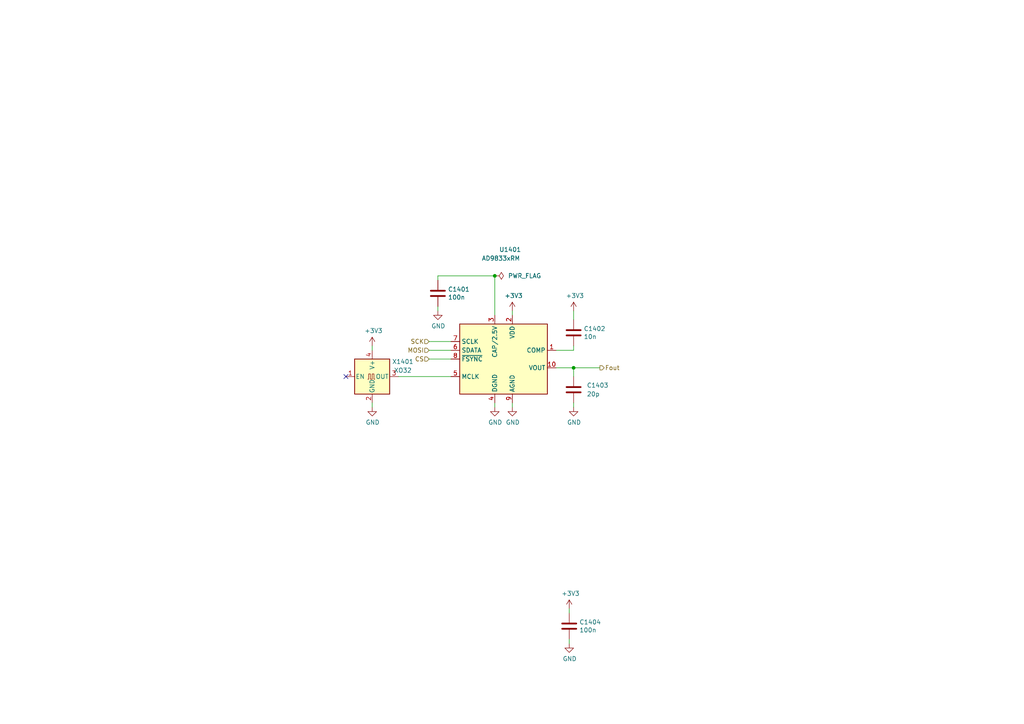
<source format=kicad_sch>
(kicad_sch (version 20211123) (generator eeschema)

  (uuid ec13b96e-bc69-4de2-80ef-a515cc44afb5)

  (paper "A4")

  (lib_symbols
    (symbol "Device:C" (pin_numbers hide) (pin_names (offset 0.254)) (in_bom yes) (on_board yes)
      (property "Reference" "C" (id 0) (at 0.635 2.54 0)
        (effects (font (size 1.27 1.27)) (justify left))
      )
      (property "Value" "C" (id 1) (at 0.635 -2.54 0)
        (effects (font (size 1.27 1.27)) (justify left))
      )
      (property "Footprint" "" (id 2) (at 0.9652 -3.81 0)
        (effects (font (size 1.27 1.27)) hide)
      )
      (property "Datasheet" "~" (id 3) (at 0 0 0)
        (effects (font (size 1.27 1.27)) hide)
      )
      (property "ki_keywords" "cap capacitor" (id 4) (at 0 0 0)
        (effects (font (size 1.27 1.27)) hide)
      )
      (property "ki_description" "Unpolarized capacitor" (id 5) (at 0 0 0)
        (effects (font (size 1.27 1.27)) hide)
      )
      (property "ki_fp_filters" "C_*" (id 6) (at 0 0 0)
        (effects (font (size 1.27 1.27)) hide)
      )
      (symbol "C_0_1"
        (polyline
          (pts
            (xy -2.032 -0.762)
            (xy 2.032 -0.762)
          )
          (stroke (width 0.508) (type default) (color 0 0 0 0))
          (fill (type none))
        )
        (polyline
          (pts
            (xy -2.032 0.762)
            (xy 2.032 0.762)
          )
          (stroke (width 0.508) (type default) (color 0 0 0 0))
          (fill (type none))
        )
      )
      (symbol "C_1_1"
        (pin passive line (at 0 3.81 270) (length 2.794)
          (name "~" (effects (font (size 1.27 1.27))))
          (number "1" (effects (font (size 1.27 1.27))))
        )
        (pin passive line (at 0 -3.81 90) (length 2.794)
          (name "~" (effects (font (size 1.27 1.27))))
          (number "2" (effects (font (size 1.27 1.27))))
        )
      )
    )
    (symbol "Interface:AD9833xRM" (in_bom yes) (on_board yes)
      (property "Reference" "U" (id 0) (at -12.7 11.43 0)
        (effects (font (size 1.27 1.27)) (justify left))
      )
      (property "Value" "AD9833xRM" (id 1) (at 5.08 11.43 0)
        (effects (font (size 1.27 1.27)) (justify left))
      )
      (property "Footprint" "Package_SO:MSOP-10_3x3mm_P0.5mm" (id 2) (at 0 -15.24 0)
        (effects (font (size 1.27 1.27)) hide)
      )
      (property "Datasheet" "https://www.analog.com/media/en/technical-documentation/data-sheets/ad9833.pdf" (id 3) (at -1.27 7.62 0)
        (effects (font (size 1.27 1.27)) hide)
      )
      (property "ki_keywords" "Direct Digital Synthesizer DDS" (id 4) (at 0 0 0)
        (effects (font (size 1.27 1.27)) hide)
      )
      (property "ki_description" "10 bit 25 MHz Programmable Waveform Generator, 2.3V to 5.5V, 12.65mW, MSOP-10" (id 5) (at 0 0 0)
        (effects (font (size 1.27 1.27)) hide)
      )
      (property "ki_fp_filters" "MSOP*3x3mm*P0.5mm*" (id 6) (at 0 0 0)
        (effects (font (size 1.27 1.27)) hide)
      )
      (symbol "AD9833xRM_0_1"
        (rectangle (start -12.7 10.16) (end 12.7 -10.16)
          (stroke (width 0.254) (type default) (color 0 0 0 0))
          (fill (type background))
        )
      )
      (symbol "AD9833xRM_1_1"
        (pin passive line (at 15.24 2.54 180) (length 2.54)
          (name "COMP" (effects (font (size 1.27 1.27))))
          (number "1" (effects (font (size 1.27 1.27))))
        )
        (pin output line (at 15.24 -2.54 180) (length 2.54)
          (name "VOUT" (effects (font (size 1.27 1.27))))
          (number "10" (effects (font (size 1.27 1.27))))
        )
        (pin power_in line (at 2.54 12.7 270) (length 2.54)
          (name "VDD" (effects (font (size 1.27 1.27))))
          (number "2" (effects (font (size 1.27 1.27))))
        )
        (pin power_in line (at -2.54 12.7 270) (length 2.54)
          (name "CAP/2.5V" (effects (font (size 1.27 1.27))))
          (number "3" (effects (font (size 1.27 1.27))))
        )
        (pin power_in line (at -2.54 -12.7 90) (length 2.54)
          (name "DGND" (effects (font (size 1.27 1.27))))
          (number "4" (effects (font (size 1.27 1.27))))
        )
        (pin input line (at -15.24 -5.08 0) (length 2.54)
          (name "MCLK" (effects (font (size 1.27 1.27))))
          (number "5" (effects (font (size 1.27 1.27))))
        )
        (pin input line (at -15.24 2.54 0) (length 2.54)
          (name "SDATA" (effects (font (size 1.27 1.27))))
          (number "6" (effects (font (size 1.27 1.27))))
        )
        (pin input line (at -15.24 5.08 0) (length 2.54)
          (name "SCLK" (effects (font (size 1.27 1.27))))
          (number "7" (effects (font (size 1.27 1.27))))
        )
        (pin input line (at -15.24 0 0) (length 2.54)
          (name "~{FSYNC}" (effects (font (size 1.27 1.27))))
          (number "8" (effects (font (size 1.27 1.27))))
        )
        (pin power_in line (at 2.54 -12.7 90) (length 2.54)
          (name "AGND" (effects (font (size 1.27 1.27))))
          (number "9" (effects (font (size 1.27 1.27))))
        )
      )
    )
    (symbol "Oscillator:XO32" (pin_names (offset 0.254)) (in_bom yes) (on_board yes)
      (property "Reference" "X" (id 0) (at -5.08 6.35 0)
        (effects (font (size 1.27 1.27)) (justify left))
      )
      (property "Value" "XO32" (id 1) (at 1.27 -6.35 0)
        (effects (font (size 1.27 1.27)) (justify left))
      )
      (property "Footprint" "Oscillator:Oscillator_SMD_EuroQuartz_XO32-4Pin_3.2x2.5mm" (id 2) (at 17.78 -8.89 0)
        (effects (font (size 1.27 1.27)) hide)
      )
      (property "Datasheet" "http://cdn-reichelt.de/documents/datenblatt/B400/XO32.pdf" (id 3) (at -2.54 0 0)
        (effects (font (size 1.27 1.27)) hide)
      )
      (property "ki_keywords" "Crystal Clock Oscillator" (id 4) (at 0 0 0)
        (effects (font (size 1.27 1.27)) hide)
      )
      (property "ki_description" "HCMOS Clock Oscillator" (id 5) (at 0 0 0)
        (effects (font (size 1.27 1.27)) hide)
      )
      (property "ki_fp_filters" "Oscillator*SMD*EuroQuartz*XO32*3.2x2.5mm*" (id 6) (at 0 0 0)
        (effects (font (size 1.27 1.27)) hide)
      )
      (symbol "XO32_0_1"
        (rectangle (start -5.08 5.08) (end 5.08 -5.08)
          (stroke (width 0.254) (type default) (color 0 0 0 0))
          (fill (type background))
        )
        (polyline
          (pts
            (xy -1.27 -0.762)
            (xy -1.016 -0.762)
            (xy -1.016 0.762)
            (xy -0.508 0.762)
            (xy -0.508 -0.762)
            (xy 0 -0.762)
            (xy 0 0.762)
            (xy 0.508 0.762)
            (xy 0.508 -0.762)
            (xy 0.762 -0.762)
          )
          (stroke (width 0) (type default) (color 0 0 0 0))
          (fill (type none))
        )
      )
      (symbol "XO32_1_1"
        (pin input line (at -7.62 0 0) (length 2.54)
          (name "EN" (effects (font (size 1.27 1.27))))
          (number "1" (effects (font (size 1.27 1.27))))
        )
        (pin power_in line (at 0 -7.62 90) (length 2.54)
          (name "GND" (effects (font (size 1.27 1.27))))
          (number "2" (effects (font (size 1.27 1.27))))
        )
        (pin output line (at 7.62 0 180) (length 2.54)
          (name "OUT" (effects (font (size 1.27 1.27))))
          (number "3" (effects (font (size 1.27 1.27))))
        )
        (pin power_in line (at 0 7.62 270) (length 2.54)
          (name "V+" (effects (font (size 1.27 1.27))))
          (number "4" (effects (font (size 1.27 1.27))))
        )
      )
    )
    (symbol "power:+3V3" (power) (pin_names (offset 0)) (in_bom yes) (on_board yes)
      (property "Reference" "#PWR" (id 0) (at 0 -3.81 0)
        (effects (font (size 1.27 1.27)) hide)
      )
      (property "Value" "+3V3" (id 1) (at 0 3.556 0)
        (effects (font (size 1.27 1.27)))
      )
      (property "Footprint" "" (id 2) (at 0 0 0)
        (effects (font (size 1.27 1.27)) hide)
      )
      (property "Datasheet" "" (id 3) (at 0 0 0)
        (effects (font (size 1.27 1.27)) hide)
      )
      (property "ki_keywords" "power-flag" (id 4) (at 0 0 0)
        (effects (font (size 1.27 1.27)) hide)
      )
      (property "ki_description" "Power symbol creates a global label with name \"+3V3\"" (id 5) (at 0 0 0)
        (effects (font (size 1.27 1.27)) hide)
      )
      (symbol "+3V3_0_1"
        (polyline
          (pts
            (xy -0.762 1.27)
            (xy 0 2.54)
          )
          (stroke (width 0) (type default) (color 0 0 0 0))
          (fill (type none))
        )
        (polyline
          (pts
            (xy 0 0)
            (xy 0 2.54)
          )
          (stroke (width 0) (type default) (color 0 0 0 0))
          (fill (type none))
        )
        (polyline
          (pts
            (xy 0 2.54)
            (xy 0.762 1.27)
          )
          (stroke (width 0) (type default) (color 0 0 0 0))
          (fill (type none))
        )
      )
      (symbol "+3V3_1_1"
        (pin power_in line (at 0 0 90) (length 0) hide
          (name "+3V3" (effects (font (size 1.27 1.27))))
          (number "1" (effects (font (size 1.27 1.27))))
        )
      )
    )
    (symbol "power:GND" (power) (pin_names (offset 0)) (in_bom yes) (on_board yes)
      (property "Reference" "#PWR" (id 0) (at 0 -6.35 0)
        (effects (font (size 1.27 1.27)) hide)
      )
      (property "Value" "GND" (id 1) (at 0 -3.81 0)
        (effects (font (size 1.27 1.27)))
      )
      (property "Footprint" "" (id 2) (at 0 0 0)
        (effects (font (size 1.27 1.27)) hide)
      )
      (property "Datasheet" "" (id 3) (at 0 0 0)
        (effects (font (size 1.27 1.27)) hide)
      )
      (property "ki_keywords" "power-flag" (id 4) (at 0 0 0)
        (effects (font (size 1.27 1.27)) hide)
      )
      (property "ki_description" "Power symbol creates a global label with name \"GND\" , ground" (id 5) (at 0 0 0)
        (effects (font (size 1.27 1.27)) hide)
      )
      (symbol "GND_0_1"
        (polyline
          (pts
            (xy 0 0)
            (xy 0 -1.27)
            (xy 1.27 -1.27)
            (xy 0 -2.54)
            (xy -1.27 -1.27)
            (xy 0 -1.27)
          )
          (stroke (width 0) (type default) (color 0 0 0 0))
          (fill (type none))
        )
      )
      (symbol "GND_1_1"
        (pin power_in line (at 0 0 270) (length 0) hide
          (name "GND" (effects (font (size 1.27 1.27))))
          (number "1" (effects (font (size 1.27 1.27))))
        )
      )
    )
    (symbol "power:PWR_FLAG" (power) (pin_numbers hide) (pin_names (offset 0) hide) (in_bom yes) (on_board yes)
      (property "Reference" "#FLG" (id 0) (at 0 1.905 0)
        (effects (font (size 1.27 1.27)) hide)
      )
      (property "Value" "PWR_FLAG" (id 1) (at 0 3.81 0)
        (effects (font (size 1.27 1.27)))
      )
      (property "Footprint" "" (id 2) (at 0 0 0)
        (effects (font (size 1.27 1.27)) hide)
      )
      (property "Datasheet" "~" (id 3) (at 0 0 0)
        (effects (font (size 1.27 1.27)) hide)
      )
      (property "ki_keywords" "power-flag" (id 4) (at 0 0 0)
        (effects (font (size 1.27 1.27)) hide)
      )
      (property "ki_description" "Special symbol for telling ERC where power comes from" (id 5) (at 0 0 0)
        (effects (font (size 1.27 1.27)) hide)
      )
      (symbol "PWR_FLAG_0_0"
        (pin power_out line (at 0 0 90) (length 0)
          (name "pwr" (effects (font (size 1.27 1.27))))
          (number "1" (effects (font (size 1.27 1.27))))
        )
      )
      (symbol "PWR_FLAG_0_1"
        (polyline
          (pts
            (xy 0 0)
            (xy 0 1.27)
            (xy -1.016 1.905)
            (xy 0 2.54)
            (xy 1.016 1.905)
            (xy 0 1.27)
          )
          (stroke (width 0) (type default) (color 0 0 0 0))
          (fill (type none))
        )
      )
    )
  )

  (junction (at 143.51 80.01) (diameter 0) (color 0 0 0 0)
    (uuid b6103b56-f3ac-46c4-87e3-e5e6b9a92478)
  )
  (junction (at 166.37 106.68) (diameter 0) (color 0 0 0 0)
    (uuid be4ec7b3-3e4a-4bfd-a48c-e2de893649a3)
  )

  (no_connect (at 100.33 109.22) (uuid 14c00dc6-16e9-49d0-9695-77e0e13caf92))

  (wire (pts (xy 143.51 118.11) (xy 143.51 116.84))
    (stroke (width 0) (type default) (color 0 0 0 0))
    (uuid 0674c5a1-ca4b-4b6b-aa60-3847e1a37d52)
  )
  (wire (pts (xy 127 80.01) (xy 127 81.28))
    (stroke (width 0) (type default) (color 0 0 0 0))
    (uuid 06b6db7e-5210-41ec-a47b-0127ebbe0786)
  )
  (wire (pts (xy 166.37 118.11) (xy 166.37 116.84))
    (stroke (width 0) (type default) (color 0 0 0 0))
    (uuid 08031ae4-af0d-4d7c-be25-8980b8708d50)
  )
  (wire (pts (xy 124.46 104.14) (xy 130.81 104.14))
    (stroke (width 0) (type default) (color 0 0 0 0))
    (uuid 0df798c0-963e-4340-a737-18e50763521e)
  )
  (wire (pts (xy 166.37 106.68) (xy 166.37 109.22))
    (stroke (width 0) (type default) (color 0 0 0 0))
    (uuid 17f302ce-52d2-4af9-8a86-a079359e55bf)
  )
  (wire (pts (xy 148.59 116.84) (xy 148.59 118.11))
    (stroke (width 0) (type default) (color 0 0 0 0))
    (uuid 1a85ffd6-ef8b-418f-990e-456d1ffab00e)
  )
  (wire (pts (xy 124.46 101.6) (xy 130.81 101.6))
    (stroke (width 0) (type default) (color 0 0 0 0))
    (uuid 1d6518e1-cfe9-4078-adc2-cf8e6477b5cb)
  )
  (wire (pts (xy 161.29 101.6) (xy 166.37 101.6))
    (stroke (width 0) (type default) (color 0 0 0 0))
    (uuid 5ef603f2-8407-4088-9f29-0b64dd4b046f)
  )
  (wire (pts (xy 161.29 106.68) (xy 166.37 106.68))
    (stroke (width 0) (type default) (color 0 0 0 0))
    (uuid 6d646c30-feab-4e3e-adf0-5427b73b5f08)
  )
  (wire (pts (xy 143.51 80.01) (xy 127 80.01))
    (stroke (width 0) (type default) (color 0 0 0 0))
    (uuid 6ee71a3c-fedb-4cc6-a3c6-f3d6f3ac6767)
  )
  (wire (pts (xy 143.51 91.44) (xy 143.51 80.01))
    (stroke (width 0) (type default) (color 0 0 0 0))
    (uuid 741879e3-3045-40c7-849d-7f437c35ee91)
  )
  (wire (pts (xy 115.57 109.22) (xy 130.81 109.22))
    (stroke (width 0) (type default) (color 0 0 0 0))
    (uuid 76f76b87-533e-413c-a586-461176f743fa)
  )
  (wire (pts (xy 165.1 177.8) (xy 165.1 176.53))
    (stroke (width 0) (type default) (color 0 0 0 0))
    (uuid 90337a8b-a8c5-48e1-ad0f-b0e67716fe3c)
  )
  (wire (pts (xy 127 90.17) (xy 127 88.9))
    (stroke (width 0) (type default) (color 0 0 0 0))
    (uuid ac81fb15-6f1a-451b-a962-fb87ffd26f6b)
  )
  (wire (pts (xy 107.95 118.11) (xy 107.95 116.84))
    (stroke (width 0) (type default) (color 0 0 0 0))
    (uuid b13e84a7-3e78-4a26-a66c-5ae43d6ff73a)
  )
  (wire (pts (xy 165.1 186.69) (xy 165.1 185.42))
    (stroke (width 0) (type default) (color 0 0 0 0))
    (uuid b4afdd30-7a78-4cd8-8670-bb6dd787dcdc)
  )
  (wire (pts (xy 107.95 101.6) (xy 107.95 100.33))
    (stroke (width 0) (type default) (color 0 0 0 0))
    (uuid b8157ea8-0616-46f9-80fe-3d3825a639ba)
  )
  (wire (pts (xy 148.59 91.44) (xy 148.59 90.17))
    (stroke (width 0) (type default) (color 0 0 0 0))
    (uuid bce25bd3-0fe5-4c8f-bd6c-39e2d62ee70a)
  )
  (wire (pts (xy 124.46 99.06) (xy 130.81 99.06))
    (stroke (width 0) (type default) (color 0 0 0 0))
    (uuid cf45f134-35c0-4b31-91e7-048e45f34bf8)
  )
  (wire (pts (xy 166.37 101.6) (xy 166.37 100.33))
    (stroke (width 0) (type default) (color 0 0 0 0))
    (uuid dd4f23cd-8f89-457c-8b93-3828f8c20a8d)
  )
  (wire (pts (xy 166.37 90.17) (xy 166.37 92.71))
    (stroke (width 0) (type default) (color 0 0 0 0))
    (uuid e4d60aa0-829b-452e-a0b4-f0b282cbe2f3)
  )
  (wire (pts (xy 166.37 106.68) (xy 173.99 106.68))
    (stroke (width 0) (type default) (color 0 0 0 0))
    (uuid f42bf787-55e8-4878-8b57-57bfa28e5b9b)
  )

  (hierarchical_label "MOSI" (shape input) (at 124.46 101.6 180)
    (effects (font (size 1.27 1.27)) (justify right))
    (uuid 39614f9f-2df5-492b-a093-45b7a48e295d)
  )
  (hierarchical_label "SCK" (shape input) (at 124.46 99.06 180)
    (effects (font (size 1.27 1.27)) (justify right))
    (uuid 3f9f133b-59b8-4791-b0ab-6fa861da9e3f)
  )
  (hierarchical_label "CS" (shape input) (at 124.46 104.14 180)
    (effects (font (size 1.27 1.27)) (justify right))
    (uuid 85621d90-361e-49b6-9449-b54a16cce021)
  )
  (hierarchical_label "Fout" (shape output) (at 173.99 106.68 0)
    (effects (font (size 1.27 1.27)) (justify left))
    (uuid cc5561df-9d20-4574-af60-64f10025a0ed)
  )

  (symbol (lib_id "Interface:AD9833xRM") (at 146.05 104.14 0) (unit 1)
    (in_bom yes) (on_board yes)
    (uuid 00000000-0000-0000-0000-0000616ee280)
    (property "Reference" "U1401" (id 0) (at 144.78 72.39 0)
      (effects (font (size 1.27 1.27)) (justify left))
    )
    (property "Value" "AD9833xRM" (id 1) (at 139.7 74.93 0)
      (effects (font (size 1.27 1.27)) (justify left))
    )
    (property "Footprint" "Package_SO:MSOP-10_3x3mm_P0.5mm" (id 2) (at 146.05 119.38 0)
      (effects (font (size 1.27 1.27)) hide)
    )
    (property "Datasheet" "https://www.analog.com/media/en/technical-documentation/data-sheets/ad9833.pdf" (id 3) (at 144.78 96.52 0)
      (effects (font (size 1.27 1.27)) hide)
    )
    (property "LCSC" "C9652" (id 4) (at 146.05 104.14 0)
      (effects (font (size 1.27 1.27)) hide)
    )
    (pin "1" (uuid 75246adc-07c9-4c81-a76a-0ede966f2940))
    (pin "10" (uuid 1229bf56-b584-4e95-aa9a-dbe36de0722e))
    (pin "2" (uuid 7fd4f50f-856a-428f-bdf0-048fe019f69f))
    (pin "3" (uuid 14357e0d-6a91-44fb-85bf-d61efd2512a6))
    (pin "4" (uuid 1f726c2e-725f-46ff-86a3-f31a800ced2a))
    (pin "5" (uuid 38730f51-53da-4aef-9d28-3642fdefba05))
    (pin "6" (uuid e66e50c9-3dcd-47c3-bc5a-a6ed689d20a5))
    (pin "7" (uuid 56122521-3401-486c-a657-2e5e67ca7aa9))
    (pin "8" (uuid d6412550-43c8-4f65-9cde-891803e0dfc5))
    (pin "9" (uuid 4df70426-31f8-4073-90b6-7f7fd27f4282))
  )

  (symbol (lib_id "power:+3V3") (at 148.59 90.17 0) (unit 1)
    (in_bom yes) (on_board yes)
    (uuid 00000000-0000-0000-0000-0000616eef55)
    (property "Reference" "#PWR01402" (id 0) (at 148.59 93.98 0)
      (effects (font (size 1.27 1.27)) hide)
    )
    (property "Value" "+3V3" (id 1) (at 148.971 85.7758 0))
    (property "Footprint" "" (id 2) (at 148.59 90.17 0)
      (effects (font (size 1.27 1.27)) hide)
    )
    (property "Datasheet" "" (id 3) (at 148.59 90.17 0)
      (effects (font (size 1.27 1.27)) hide)
    )
    (pin "1" (uuid 5074a212-97ec-445b-8d21-a01e2dd0100b))
  )

  (symbol (lib_id "power:GND") (at 143.51 118.11 0) (unit 1)
    (in_bom yes) (on_board yes)
    (uuid 00000000-0000-0000-0000-0000616efad5)
    (property "Reference" "#PWR01406" (id 0) (at 143.51 124.46 0)
      (effects (font (size 1.27 1.27)) hide)
    )
    (property "Value" "GND" (id 1) (at 143.637 122.5042 0))
    (property "Footprint" "" (id 2) (at 143.51 118.11 0)
      (effects (font (size 1.27 1.27)) hide)
    )
    (property "Datasheet" "" (id 3) (at 143.51 118.11 0)
      (effects (font (size 1.27 1.27)) hide)
    )
    (pin "1" (uuid 5623130f-7872-4bd0-b184-af6820834252))
  )

  (symbol (lib_id "Device:C") (at 127 85.09 0) (unit 1)
    (in_bom yes) (on_board yes)
    (uuid 00000000-0000-0000-0000-0000616f0786)
    (property "Reference" "C1401" (id 0) (at 129.921 83.9216 0)
      (effects (font (size 1.27 1.27)) (justify left))
    )
    (property "Value" "100n" (id 1) (at 129.921 86.233 0)
      (effects (font (size 1.27 1.27)) (justify left))
    )
    (property "Footprint" "Capacitor_SMD:C_0603_1608Metric" (id 2) (at 127.9652 88.9 0)
      (effects (font (size 1.27 1.27)) hide)
    )
    (property "Datasheet" "~" (id 3) (at 127 85.09 0)
      (effects (font (size 1.27 1.27)) hide)
    )
    (pin "1" (uuid 1c2672ec-35ab-40e9-b4b2-11e2b5051a3f))
    (pin "2" (uuid bab6ae73-2bfc-4f02-9c3b-e37726018970))
  )

  (symbol (lib_id "power:GND") (at 148.59 118.11 0) (unit 1)
    (in_bom yes) (on_board yes)
    (uuid 00000000-0000-0000-0000-0000616f2855)
    (property "Reference" "#PWR01407" (id 0) (at 148.59 124.46 0)
      (effects (font (size 1.27 1.27)) hide)
    )
    (property "Value" "GND" (id 1) (at 148.717 122.5042 0))
    (property "Footprint" "" (id 2) (at 148.59 118.11 0)
      (effects (font (size 1.27 1.27)) hide)
    )
    (property "Datasheet" "" (id 3) (at 148.59 118.11 0)
      (effects (font (size 1.27 1.27)) hide)
    )
    (pin "1" (uuid fdfb822a-0be9-4fd8-b361-a7899867f40d))
  )

  (symbol (lib_id "Device:C") (at 166.37 96.52 0) (unit 1)
    (in_bom yes) (on_board yes)
    (uuid 00000000-0000-0000-0000-0000616f3016)
    (property "Reference" "C1402" (id 0) (at 169.291 95.3516 0)
      (effects (font (size 1.27 1.27)) (justify left))
    )
    (property "Value" "10n" (id 1) (at 169.291 97.663 0)
      (effects (font (size 1.27 1.27)) (justify left))
    )
    (property "Footprint" "Capacitor_SMD:C_0603_1608Metric" (id 2) (at 167.3352 100.33 0)
      (effects (font (size 1.27 1.27)) hide)
    )
    (property "Datasheet" "~" (id 3) (at 166.37 96.52 0)
      (effects (font (size 1.27 1.27)) hide)
    )
    (pin "1" (uuid 503de51d-204a-4c5e-a689-908886b9e9c4))
    (pin "2" (uuid 75243f9d-ee15-48bd-8237-fce7768f5904))
  )

  (symbol (lib_id "power:GND") (at 127 90.17 0) (unit 1)
    (in_bom yes) (on_board yes)
    (uuid 00000000-0000-0000-0000-0000616f4685)
    (property "Reference" "#PWR01401" (id 0) (at 127 96.52 0)
      (effects (font (size 1.27 1.27)) hide)
    )
    (property "Value" "GND" (id 1) (at 127.127 94.5642 0))
    (property "Footprint" "" (id 2) (at 127 90.17 0)
      (effects (font (size 1.27 1.27)) hide)
    )
    (property "Datasheet" "" (id 3) (at 127 90.17 0)
      (effects (font (size 1.27 1.27)) hide)
    )
    (pin "1" (uuid 78f374f0-418e-43ee-85cf-f201a172642e))
  )

  (symbol (lib_id "power:+3V3") (at 166.37 90.17 0) (unit 1)
    (in_bom yes) (on_board yes)
    (uuid 00000000-0000-0000-0000-0000616f4f22)
    (property "Reference" "#PWR01403" (id 0) (at 166.37 93.98 0)
      (effects (font (size 1.27 1.27)) hide)
    )
    (property "Value" "+3V3" (id 1) (at 166.751 85.7758 0))
    (property "Footprint" "" (id 2) (at 166.37 90.17 0)
      (effects (font (size 1.27 1.27)) hide)
    )
    (property "Datasheet" "" (id 3) (at 166.37 90.17 0)
      (effects (font (size 1.27 1.27)) hide)
    )
    (pin "1" (uuid db95e4be-f893-49ea-8e7d-08c4a090bea9))
  )

  (symbol (lib_id "Device:C") (at 165.1 181.61 0) (unit 1)
    (in_bom yes) (on_board yes)
    (uuid 00000000-0000-0000-0000-0000616fb612)
    (property "Reference" "C1404" (id 0) (at 168.021 180.4416 0)
      (effects (font (size 1.27 1.27)) (justify left))
    )
    (property "Value" "100n" (id 1) (at 168.021 182.753 0)
      (effects (font (size 1.27 1.27)) (justify left))
    )
    (property "Footprint" "Capacitor_SMD:C_0603_1608Metric" (id 2) (at 166.0652 185.42 0)
      (effects (font (size 1.27 1.27)) hide)
    )
    (property "Datasheet" "~" (id 3) (at 165.1 181.61 0)
      (effects (font (size 1.27 1.27)) hide)
    )
    (pin "1" (uuid 08d7bb57-05b9-46c1-bd04-f433bd171cbd))
    (pin "2" (uuid 725f7d01-38c4-4798-a9e5-547e4c0fa8b1))
  )

  (symbol (lib_id "power:GND") (at 165.1 186.69 0) (unit 1)
    (in_bom yes) (on_board yes)
    (uuid 00000000-0000-0000-0000-0000616fb618)
    (property "Reference" "#PWR01410" (id 0) (at 165.1 193.04 0)
      (effects (font (size 1.27 1.27)) hide)
    )
    (property "Value" "GND" (id 1) (at 165.227 191.0842 0))
    (property "Footprint" "" (id 2) (at 165.1 186.69 0)
      (effects (font (size 1.27 1.27)) hide)
    )
    (property "Datasheet" "" (id 3) (at 165.1 186.69 0)
      (effects (font (size 1.27 1.27)) hide)
    )
    (pin "1" (uuid c3850235-330e-40aa-a902-9387d653a3fc))
  )

  (symbol (lib_id "power:+3V3") (at 165.1 176.53 0) (unit 1)
    (in_bom yes) (on_board yes)
    (uuid 00000000-0000-0000-0000-0000616fbb7b)
    (property "Reference" "#PWR01409" (id 0) (at 165.1 180.34 0)
      (effects (font (size 1.27 1.27)) hide)
    )
    (property "Value" "+3V3" (id 1) (at 165.481 172.1358 0))
    (property "Footprint" "" (id 2) (at 165.1 176.53 0)
      (effects (font (size 1.27 1.27)) hide)
    )
    (property "Datasheet" "" (id 3) (at 165.1 176.53 0)
      (effects (font (size 1.27 1.27)) hide)
    )
    (pin "1" (uuid 763c0b13-3d82-4336-a6ba-388b4fc35bd7))
  )

  (symbol (lib_id "Device:C") (at 166.37 113.03 0) (unit 1)
    (in_bom yes) (on_board yes) (fields_autoplaced)
    (uuid 0716e9e9-2125-43ec-b0fd-7916b4f30d9e)
    (property "Reference" "C1403" (id 0) (at 170.18 111.7599 0)
      (effects (font (size 1.27 1.27)) (justify left))
    )
    (property "Value" "20p" (id 1) (at 170.18 114.2999 0)
      (effects (font (size 1.27 1.27)) (justify left))
    )
    (property "Footprint" "Capacitor_SMD:C_0603_1608Metric" (id 2) (at 167.3352 116.84 0)
      (effects (font (size 1.27 1.27)) hide)
    )
    (property "Datasheet" "~" (id 3) (at 166.37 113.03 0)
      (effects (font (size 1.27 1.27)) hide)
    )
    (pin "1" (uuid 6041515d-d551-4724-b9d0-e8c542b926c4))
    (pin "2" (uuid ce7f8d98-d459-4289-80e8-ace29a38c032))
  )

  (symbol (lib_id "power:+3V3") (at 107.95 100.33 0) (unit 1)
    (in_bom yes) (on_board yes)
    (uuid 0826fbaa-38ad-4b46-9f6c-d17b168f90bf)
    (property "Reference" "#PWR01404" (id 0) (at 107.95 104.14 0)
      (effects (font (size 1.27 1.27)) hide)
    )
    (property "Value" "+3V3" (id 1) (at 108.331 95.9358 0))
    (property "Footprint" "" (id 2) (at 107.95 100.33 0)
      (effects (font (size 1.27 1.27)) hide)
    )
    (property "Datasheet" "" (id 3) (at 107.95 100.33 0)
      (effects (font (size 1.27 1.27)) hide)
    )
    (pin "1" (uuid 2deafb5c-41b3-4fc7-8b8a-9e8e1308f503))
  )

  (symbol (lib_id "power:GND") (at 166.37 118.11 0) (unit 1)
    (in_bom yes) (on_board yes)
    (uuid 2238b791-7f07-4cef-a9f9-61dcd891ed05)
    (property "Reference" "#PWR01408" (id 0) (at 166.37 124.46 0)
      (effects (font (size 1.27 1.27)) hide)
    )
    (property "Value" "GND" (id 1) (at 166.497 122.5042 0))
    (property "Footprint" "" (id 2) (at 166.37 118.11 0)
      (effects (font (size 1.27 1.27)) hide)
    )
    (property "Datasheet" "" (id 3) (at 166.37 118.11 0)
      (effects (font (size 1.27 1.27)) hide)
    )
    (pin "1" (uuid e3c86311-8520-4e38-84f4-0529cc0de107))
  )

  (symbol (lib_id "power:PWR_FLAG") (at 143.51 80.01 270) (unit 1)
    (in_bom yes) (on_board yes) (fields_autoplaced)
    (uuid 996936b0-f299-4cda-8edf-0cf5bfa49a6d)
    (property "Reference" "#FLG01401" (id 0) (at 145.415 80.01 0)
      (effects (font (size 1.27 1.27)) hide)
    )
    (property "Value" "PWR_FLAG" (id 1) (at 147.32 80.0099 90)
      (effects (font (size 1.27 1.27)) (justify left))
    )
    (property "Footprint" "" (id 2) (at 143.51 80.01 0)
      (effects (font (size 1.27 1.27)) hide)
    )
    (property "Datasheet" "~" (id 3) (at 143.51 80.01 0)
      (effects (font (size 1.27 1.27)) hide)
    )
    (pin "1" (uuid a25631b1-0cf1-4922-a99b-7e862537ab3e))
  )

  (symbol (lib_id "Oscillator:XO32") (at 107.95 109.22 0) (unit 1)
    (in_bom yes) (on_board yes) (fields_autoplaced)
    (uuid ccbd33be-3c88-482a-b8fb-297258e33891)
    (property "Reference" "X1401" (id 0) (at 116.84 104.8893 0))
    (property "Value" "XO32" (id 1) (at 116.84 107.4293 0))
    (property "Footprint" "Oscillator:Oscillator_SMD_EuroQuartz_XO32-4Pin_3.2x2.5mm_HandSoldering" (id 2) (at 125.73 118.11 0)
      (effects (font (size 1.27 1.27)) hide)
    )
    (property "Datasheet" "http://cdn-reichelt.de/documents/datenblatt/B400/XO32.pdf" (id 3) (at 105.41 109.22 0)
      (effects (font (size 1.27 1.27)) hide)
    )
    (pin "1" (uuid bb4223e5-7943-457d-abd1-dad2f7f04e81))
    (pin "2" (uuid 17938be0-a7c4-47e7-80f5-451eee636119))
    (pin "3" (uuid b0b4c496-16ea-4efb-9041-d214429c0683))
    (pin "4" (uuid 84d4da5a-7992-440f-a341-52286ffea62a))
  )

  (symbol (lib_id "power:GND") (at 107.95 118.11 0) (unit 1)
    (in_bom yes) (on_board yes)
    (uuid eafceed2-c867-4483-b433-394e6317d1ea)
    (property "Reference" "#PWR01405" (id 0) (at 107.95 124.46 0)
      (effects (font (size 1.27 1.27)) hide)
    )
    (property "Value" "GND" (id 1) (at 108.077 122.5042 0))
    (property "Footprint" "" (id 2) (at 107.95 118.11 0)
      (effects (font (size 1.27 1.27)) hide)
    )
    (property "Datasheet" "" (id 3) (at 107.95 118.11 0)
      (effects (font (size 1.27 1.27)) hide)
    )
    (pin "1" (uuid e56a9650-57cc-4526-bb30-83a0d85de8d3))
  )
)

</source>
